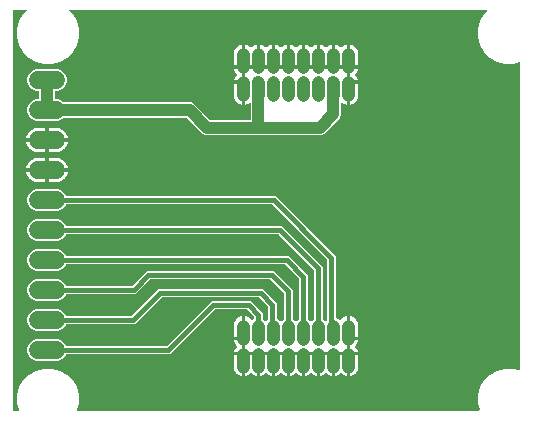
<source format=gbr>
G04 EAGLE Gerber X2 export*
%TF.Part,Single*%
%TF.FileFunction,Copper,L2,Bot,Mixed*%
%TF.FilePolarity,Positive*%
%TF.GenerationSoftware,Autodesk,EAGLE,9.0.1*%
%TF.CreationDate,2018-08-01T04:25:01Z*%
G75*
%MOMM*%
%FSLAX34Y34*%
%LPD*%
%AMOC8*
5,1,8,0,0,1.08239X$1,22.5*%
G01*
%ADD10C,1.108000*%
%ADD11C,1.524000*%
%ADD12C,1.000000*%
%ADD13C,0.400000*%

G36*
X14807Y10180D02*
X14807Y10180D01*
X14925Y10198D01*
X14929Y10200D01*
X14933Y10200D01*
X15038Y10256D01*
X15144Y10311D01*
X15147Y10314D01*
X15150Y10316D01*
X15232Y10402D01*
X15315Y10487D01*
X15317Y10491D01*
X15320Y10494D01*
X15370Y10602D01*
X15421Y10709D01*
X15422Y10713D01*
X15423Y10717D01*
X15436Y10834D01*
X15451Y10953D01*
X15450Y10958D01*
X15450Y10961D01*
X15448Y10975D01*
X15425Y11119D01*
X13964Y16572D01*
X13964Y23428D01*
X15739Y30049D01*
X19166Y35986D01*
X24014Y40834D01*
X29951Y44261D01*
X36572Y46036D01*
X43428Y46036D01*
X50049Y44261D01*
X55986Y40834D01*
X60834Y35986D01*
X64261Y30049D01*
X66036Y23428D01*
X66036Y16572D01*
X64575Y11119D01*
X64563Y11000D01*
X64550Y10883D01*
X64550Y10878D01*
X64550Y10874D01*
X64577Y10759D01*
X64602Y10642D01*
X64604Y10639D01*
X64605Y10634D01*
X64667Y10533D01*
X64728Y10431D01*
X64731Y10428D01*
X64733Y10425D01*
X64825Y10348D01*
X64915Y10271D01*
X64919Y10270D01*
X64922Y10267D01*
X65032Y10224D01*
X65143Y10179D01*
X65148Y10179D01*
X65151Y10177D01*
X65165Y10177D01*
X65310Y10161D01*
X404690Y10161D01*
X404807Y10180D01*
X404925Y10198D01*
X404929Y10200D01*
X404933Y10200D01*
X405038Y10256D01*
X405144Y10311D01*
X405147Y10314D01*
X405150Y10316D01*
X405232Y10402D01*
X405315Y10487D01*
X405317Y10491D01*
X405320Y10494D01*
X405370Y10602D01*
X405421Y10709D01*
X405422Y10713D01*
X405423Y10717D01*
X405436Y10834D01*
X405451Y10953D01*
X405450Y10958D01*
X405450Y10961D01*
X405448Y10975D01*
X405425Y11119D01*
X403964Y16572D01*
X403964Y23428D01*
X405739Y30049D01*
X409166Y35986D01*
X414014Y40834D01*
X419951Y44261D01*
X426572Y46036D01*
X433428Y46036D01*
X438881Y44575D01*
X439000Y44563D01*
X439117Y44550D01*
X439122Y44550D01*
X439126Y44550D01*
X439241Y44577D01*
X439358Y44602D01*
X439361Y44604D01*
X439366Y44605D01*
X439467Y44667D01*
X439569Y44728D01*
X439572Y44731D01*
X439575Y44733D01*
X439652Y44825D01*
X439729Y44915D01*
X439730Y44919D01*
X439733Y44922D01*
X439776Y45032D01*
X439821Y45143D01*
X439821Y45148D01*
X439823Y45151D01*
X439823Y45165D01*
X439839Y45310D01*
X439839Y304690D01*
X439820Y304807D01*
X439802Y304925D01*
X439800Y304929D01*
X439800Y304933D01*
X439744Y305038D01*
X439689Y305144D01*
X439686Y305147D01*
X439684Y305150D01*
X439598Y305232D01*
X439513Y305315D01*
X439509Y305317D01*
X439506Y305320D01*
X439398Y305370D01*
X439291Y305421D01*
X439287Y305422D01*
X439283Y305423D01*
X439166Y305436D01*
X439047Y305451D01*
X439042Y305450D01*
X439039Y305450D01*
X439025Y305448D01*
X438881Y305425D01*
X433428Y303964D01*
X426572Y303964D01*
X419951Y305739D01*
X414014Y309166D01*
X409166Y314014D01*
X405739Y319951D01*
X403964Y326572D01*
X403964Y333428D01*
X405739Y340049D01*
X409166Y345986D01*
X411720Y348540D01*
X411762Y348598D01*
X411811Y348650D01*
X411833Y348697D01*
X411863Y348739D01*
X411884Y348808D01*
X411915Y348873D01*
X411920Y348925D01*
X411936Y348975D01*
X411934Y349046D01*
X411942Y349117D01*
X411931Y349168D01*
X411929Y349220D01*
X411905Y349288D01*
X411889Y349358D01*
X411863Y349403D01*
X411845Y349451D01*
X411800Y349507D01*
X411763Y349569D01*
X411724Y349603D01*
X411691Y349643D01*
X411631Y349682D01*
X411576Y349729D01*
X411528Y349748D01*
X411484Y349776D01*
X411415Y349794D01*
X411348Y349821D01*
X411277Y349829D01*
X411246Y349837D01*
X411222Y349835D01*
X411181Y349839D01*
X58819Y349839D01*
X58748Y349828D01*
X58676Y349826D01*
X58627Y349808D01*
X58576Y349800D01*
X58513Y349766D01*
X58445Y349741D01*
X58405Y349709D01*
X58358Y349684D01*
X58309Y349632D01*
X58253Y349588D01*
X58225Y349544D01*
X58189Y349506D01*
X58159Y349441D01*
X58120Y349381D01*
X58107Y349330D01*
X58085Y349283D01*
X58078Y349212D01*
X58060Y349142D01*
X58064Y349090D01*
X58058Y349039D01*
X58074Y348968D01*
X58079Y348897D01*
X58100Y348849D01*
X58111Y348798D01*
X58147Y348737D01*
X58176Y348671D01*
X58220Y348615D01*
X58237Y348587D01*
X58255Y348572D01*
X58280Y348540D01*
X60834Y345986D01*
X64261Y340049D01*
X66036Y333428D01*
X66036Y326572D01*
X64261Y319951D01*
X60834Y314014D01*
X55986Y309166D01*
X50049Y305739D01*
X43428Y303964D01*
X36572Y303964D01*
X29951Y305739D01*
X24014Y309166D01*
X19166Y314014D01*
X15739Y319951D01*
X13964Y326572D01*
X13964Y333428D01*
X15739Y340049D01*
X19166Y345986D01*
X21720Y348540D01*
X21762Y348598D01*
X21811Y348650D01*
X21833Y348697D01*
X21863Y348739D01*
X21884Y348808D01*
X21915Y348873D01*
X21920Y348925D01*
X21936Y348975D01*
X21934Y349046D01*
X21942Y349117D01*
X21931Y349168D01*
X21929Y349220D01*
X21905Y349288D01*
X21889Y349358D01*
X21863Y349403D01*
X21845Y349451D01*
X21800Y349507D01*
X21763Y349569D01*
X21724Y349603D01*
X21691Y349643D01*
X21631Y349682D01*
X21576Y349729D01*
X21528Y349748D01*
X21484Y349776D01*
X21415Y349794D01*
X21348Y349821D01*
X21277Y349829D01*
X21246Y349837D01*
X21222Y349835D01*
X21181Y349839D01*
X10922Y349839D01*
X10902Y349836D01*
X10883Y349838D01*
X10781Y349816D01*
X10679Y349800D01*
X10662Y349790D01*
X10642Y349786D01*
X10553Y349733D01*
X10462Y349684D01*
X10448Y349670D01*
X10431Y349660D01*
X10364Y349581D01*
X10292Y349506D01*
X10284Y349488D01*
X10271Y349473D01*
X10232Y349377D01*
X10189Y349283D01*
X10187Y349263D01*
X10179Y349245D01*
X10161Y349078D01*
X10161Y10922D01*
X10164Y10902D01*
X10162Y10883D01*
X10184Y10781D01*
X10200Y10679D01*
X10210Y10662D01*
X10214Y10642D01*
X10267Y10553D01*
X10316Y10462D01*
X10330Y10448D01*
X10340Y10431D01*
X10419Y10364D01*
X10494Y10292D01*
X10512Y10284D01*
X10527Y10271D01*
X10623Y10232D01*
X10717Y10189D01*
X10737Y10187D01*
X10755Y10179D01*
X10922Y10161D01*
X14690Y10161D01*
X14807Y10180D01*
G37*
%LPC*%
G36*
X29761Y52555D02*
X29761Y52555D01*
X26400Y53947D01*
X23827Y56520D01*
X22435Y59881D01*
X22435Y63519D01*
X23827Y66880D01*
X26400Y69453D01*
X29761Y70845D01*
X48639Y70845D01*
X52000Y69453D01*
X54573Y66880D01*
X55064Y65695D01*
X55125Y65595D01*
X55185Y65495D01*
X55190Y65491D01*
X55193Y65486D01*
X55283Y65411D01*
X55372Y65335D01*
X55378Y65333D01*
X55383Y65329D01*
X55491Y65287D01*
X55600Y65243D01*
X55608Y65242D01*
X55612Y65241D01*
X55631Y65240D01*
X55767Y65225D01*
X139925Y65225D01*
X140015Y65239D01*
X140106Y65247D01*
X140135Y65259D01*
X140167Y65264D01*
X140248Y65307D01*
X140332Y65343D01*
X140364Y65369D01*
X140385Y65380D01*
X140407Y65403D01*
X140463Y65448D01*
X178540Y103525D01*
X211460Y103525D01*
X221775Y93210D01*
X221775Y89125D01*
X221794Y89011D01*
X221811Y88894D01*
X221813Y88889D01*
X221814Y88883D01*
X221869Y88780D01*
X221922Y88675D01*
X221927Y88671D01*
X221930Y88665D01*
X222015Y88585D01*
X222098Y88503D01*
X222104Y88499D01*
X222108Y88496D01*
X222125Y88488D01*
X222245Y88422D01*
X222252Y88419D01*
X224062Y86609D01*
X224078Y86598D01*
X224090Y86582D01*
X224178Y86526D01*
X224261Y86466D01*
X224280Y86460D01*
X224297Y86449D01*
X224398Y86424D01*
X224497Y86393D01*
X224516Y86394D01*
X224536Y86389D01*
X224639Y86397D01*
X224742Y86400D01*
X224761Y86407D01*
X224781Y86408D01*
X224876Y86449D01*
X224973Y86484D01*
X224989Y86497D01*
X225007Y86504D01*
X225138Y86609D01*
X226252Y87723D01*
X226305Y87797D01*
X226365Y87867D01*
X226377Y87897D01*
X226396Y87923D01*
X226423Y88010D01*
X226457Y88095D01*
X226461Y88136D01*
X226468Y88158D01*
X226467Y88190D01*
X226475Y88262D01*
X226475Y98225D01*
X226461Y98315D01*
X226453Y98406D01*
X226441Y98435D01*
X226436Y98467D01*
X226393Y98548D01*
X226357Y98632D01*
X226331Y98664D01*
X226320Y98685D01*
X226297Y98707D01*
X226252Y98763D01*
X218763Y106252D01*
X218689Y106305D01*
X218620Y106365D01*
X218589Y106377D01*
X218563Y106396D01*
X218476Y106423D01*
X218391Y106457D01*
X218350Y106461D01*
X218328Y106468D01*
X218296Y106467D01*
X218225Y106475D01*
X136775Y106475D01*
X136685Y106461D01*
X136594Y106453D01*
X136565Y106441D01*
X136533Y106436D01*
X136452Y106393D01*
X136368Y106357D01*
X136336Y106331D01*
X136315Y106320D01*
X136293Y106297D01*
X136237Y106252D01*
X113560Y83575D01*
X55767Y83575D01*
X55652Y83556D01*
X55536Y83539D01*
X55530Y83537D01*
X55524Y83536D01*
X55421Y83481D01*
X55317Y83428D01*
X55312Y83423D01*
X55307Y83420D01*
X55227Y83336D01*
X55144Y83252D01*
X55141Y83246D01*
X55137Y83242D01*
X55130Y83225D01*
X55064Y83105D01*
X54573Y81920D01*
X52000Y79347D01*
X48639Y77955D01*
X29761Y77955D01*
X26400Y79347D01*
X23827Y81920D01*
X22435Y85281D01*
X22435Y88919D01*
X23827Y92280D01*
X26400Y94853D01*
X29761Y96245D01*
X48639Y96245D01*
X52000Y94853D01*
X54573Y92280D01*
X55064Y91095D01*
X55125Y90995D01*
X55185Y90895D01*
X55190Y90891D01*
X55193Y90886D01*
X55283Y90811D01*
X55372Y90735D01*
X55378Y90733D01*
X55383Y90729D01*
X55491Y90687D01*
X55600Y90643D01*
X55608Y90642D01*
X55612Y90641D01*
X55631Y90640D01*
X55767Y90625D01*
X110325Y90625D01*
X110415Y90639D01*
X110506Y90647D01*
X110535Y90659D01*
X110567Y90664D01*
X110648Y90707D01*
X110732Y90743D01*
X110764Y90769D01*
X110785Y90780D01*
X110807Y90803D01*
X110863Y90848D01*
X133540Y113525D01*
X221460Y113525D01*
X233525Y101460D01*
X233525Y89519D01*
X233544Y89404D01*
X233561Y89288D01*
X233563Y89282D01*
X233564Y89276D01*
X233619Y89174D01*
X233672Y89069D01*
X233677Y89064D01*
X233680Y89059D01*
X233764Y88978D01*
X233848Y88897D01*
X233854Y88893D01*
X233858Y88889D01*
X233875Y88882D01*
X233995Y88816D01*
X234952Y88419D01*
X236762Y86609D01*
X236778Y86598D01*
X236790Y86582D01*
X236878Y86526D01*
X236961Y86466D01*
X236980Y86460D01*
X236997Y86449D01*
X237098Y86424D01*
X237197Y86393D01*
X237216Y86394D01*
X237236Y86389D01*
X237339Y86397D01*
X237442Y86400D01*
X237461Y86407D01*
X237481Y86408D01*
X237576Y86449D01*
X237673Y86484D01*
X237689Y86497D01*
X237707Y86505D01*
X237838Y86609D01*
X239648Y88419D01*
X239655Y88422D01*
X239754Y88484D01*
X239855Y88544D01*
X239859Y88548D01*
X239864Y88552D01*
X239939Y88641D01*
X240015Y88731D01*
X240017Y88736D01*
X240021Y88741D01*
X240063Y88849D01*
X240107Y88959D01*
X240108Y88966D01*
X240109Y88971D01*
X240110Y88989D01*
X240125Y89125D01*
X240125Y109575D01*
X240111Y109665D01*
X240103Y109756D01*
X240091Y109785D01*
X240086Y109817D01*
X240043Y109898D01*
X240007Y109982D01*
X239981Y110014D01*
X239970Y110035D01*
X239947Y110057D01*
X239902Y110113D01*
X228763Y121252D01*
X228689Y121305D01*
X228620Y121365D01*
X228589Y121377D01*
X228563Y121396D01*
X228476Y121423D01*
X228391Y121457D01*
X228350Y121461D01*
X228328Y121468D01*
X228296Y121467D01*
X228225Y121475D01*
X126775Y121475D01*
X126685Y121461D01*
X126594Y121453D01*
X126565Y121441D01*
X126533Y121436D01*
X126452Y121393D01*
X126368Y121357D01*
X126336Y121331D01*
X126315Y121320D01*
X126293Y121297D01*
X126237Y121252D01*
X113960Y108975D01*
X55767Y108975D01*
X55652Y108956D01*
X55536Y108939D01*
X55530Y108937D01*
X55524Y108936D01*
X55422Y108881D01*
X55317Y108828D01*
X55312Y108823D01*
X55307Y108820D01*
X55227Y108736D01*
X55144Y108652D01*
X55141Y108646D01*
X55137Y108642D01*
X55130Y108625D01*
X55064Y108505D01*
X54573Y107320D01*
X52000Y104747D01*
X48639Y103355D01*
X29761Y103355D01*
X26400Y104747D01*
X23827Y107320D01*
X22435Y110681D01*
X22435Y114319D01*
X23827Y117680D01*
X26400Y120253D01*
X29761Y121645D01*
X48639Y121645D01*
X52000Y120253D01*
X54573Y117680D01*
X55064Y116495D01*
X55125Y116395D01*
X55185Y116295D01*
X55190Y116291D01*
X55193Y116286D01*
X55284Y116211D01*
X55372Y116135D01*
X55378Y116133D01*
X55383Y116129D01*
X55491Y116087D01*
X55600Y116043D01*
X55608Y116042D01*
X55612Y116041D01*
X55631Y116040D01*
X55767Y116025D01*
X110725Y116025D01*
X110815Y116039D01*
X110906Y116047D01*
X110935Y116059D01*
X110967Y116064D01*
X111048Y116107D01*
X111132Y116143D01*
X111164Y116169D01*
X111185Y116180D01*
X111207Y116203D01*
X111263Y116248D01*
X123540Y128525D01*
X231460Y128525D01*
X247175Y112810D01*
X247175Y89125D01*
X247194Y89011D01*
X247211Y88894D01*
X247213Y88889D01*
X247214Y88883D01*
X247269Y88780D01*
X247322Y88675D01*
X247327Y88671D01*
X247330Y88665D01*
X247415Y88585D01*
X247498Y88503D01*
X247504Y88499D01*
X247508Y88496D01*
X247525Y88488D01*
X247645Y88422D01*
X247652Y88419D01*
X249462Y86609D01*
X249478Y86598D01*
X249490Y86582D01*
X249578Y86526D01*
X249661Y86466D01*
X249680Y86460D01*
X249697Y86449D01*
X249798Y86424D01*
X249897Y86393D01*
X249916Y86394D01*
X249936Y86389D01*
X250039Y86397D01*
X250142Y86400D01*
X250161Y86407D01*
X250181Y86408D01*
X250276Y86449D01*
X250373Y86484D01*
X250389Y86497D01*
X250407Y86505D01*
X250538Y86609D01*
X252348Y88419D01*
X252355Y88422D01*
X252454Y88484D01*
X252555Y88544D01*
X252559Y88548D01*
X252564Y88552D01*
X252639Y88641D01*
X252715Y88731D01*
X252717Y88736D01*
X252721Y88741D01*
X252763Y88849D01*
X252807Y88959D01*
X252808Y88966D01*
X252809Y88971D01*
X252810Y88989D01*
X252825Y89125D01*
X252825Y121875D01*
X252811Y121965D01*
X252803Y122056D01*
X252791Y122085D01*
X252786Y122117D01*
X252743Y122198D01*
X252707Y122282D01*
X252681Y122314D01*
X252670Y122335D01*
X252647Y122357D01*
X252602Y122413D01*
X240863Y134152D01*
X240789Y134205D01*
X240720Y134265D01*
X240689Y134277D01*
X240663Y134296D01*
X240576Y134323D01*
X240491Y134357D01*
X240450Y134361D01*
X240428Y134368D01*
X240396Y134367D01*
X240325Y134375D01*
X55767Y134375D01*
X55652Y134356D01*
X55536Y134339D01*
X55530Y134337D01*
X55524Y134336D01*
X55422Y134281D01*
X55317Y134228D01*
X55312Y134223D01*
X55307Y134220D01*
X55227Y134136D01*
X55144Y134052D01*
X55141Y134046D01*
X55137Y134042D01*
X55130Y134025D01*
X55064Y133905D01*
X54573Y132720D01*
X52000Y130147D01*
X48639Y128755D01*
X29761Y128755D01*
X26400Y130147D01*
X23827Y132720D01*
X22435Y136081D01*
X22435Y139719D01*
X23827Y143080D01*
X26400Y145653D01*
X29761Y147045D01*
X48639Y147045D01*
X52000Y145653D01*
X54573Y143080D01*
X55064Y141895D01*
X55125Y141795D01*
X55185Y141695D01*
X55190Y141691D01*
X55193Y141686D01*
X55284Y141611D01*
X55372Y141535D01*
X55378Y141533D01*
X55383Y141529D01*
X55491Y141487D01*
X55600Y141443D01*
X55608Y141442D01*
X55612Y141441D01*
X55631Y141440D01*
X55767Y141425D01*
X243560Y141425D01*
X259875Y125110D01*
X259875Y89125D01*
X259894Y89011D01*
X259911Y88894D01*
X259913Y88889D01*
X259914Y88883D01*
X259969Y88780D01*
X260022Y88675D01*
X260027Y88671D01*
X260030Y88665D01*
X260115Y88585D01*
X260198Y88503D01*
X260204Y88499D01*
X260208Y88496D01*
X260225Y88488D01*
X260345Y88422D01*
X260352Y88419D01*
X262162Y86609D01*
X262178Y86598D01*
X262190Y86582D01*
X262278Y86526D01*
X262361Y86466D01*
X262380Y86460D01*
X262397Y86449D01*
X262498Y86424D01*
X262597Y86393D01*
X262616Y86394D01*
X262636Y86389D01*
X262739Y86397D01*
X262842Y86400D01*
X262861Y86407D01*
X262881Y86408D01*
X262976Y86449D01*
X263073Y86484D01*
X263089Y86497D01*
X263107Y86505D01*
X263238Y86609D01*
X265048Y88419D01*
X265055Y88422D01*
X265154Y88484D01*
X265255Y88544D01*
X265259Y88548D01*
X265264Y88552D01*
X265339Y88641D01*
X265415Y88731D01*
X265417Y88736D01*
X265421Y88741D01*
X265463Y88849D01*
X265507Y88959D01*
X265508Y88966D01*
X265509Y88971D01*
X265510Y88989D01*
X265525Y89125D01*
X265525Y129175D01*
X265511Y129265D01*
X265503Y129356D01*
X265491Y129385D01*
X265486Y129417D01*
X265443Y129498D01*
X265407Y129582D01*
X265381Y129614D01*
X265370Y129635D01*
X265347Y129657D01*
X265302Y129713D01*
X235463Y159552D01*
X235389Y159605D01*
X235320Y159665D01*
X235289Y159677D01*
X235263Y159696D01*
X235176Y159723D01*
X235091Y159757D01*
X235050Y159761D01*
X235028Y159768D01*
X234996Y159767D01*
X234925Y159775D01*
X55767Y159775D01*
X55652Y159756D01*
X55536Y159739D01*
X55530Y159737D01*
X55524Y159736D01*
X55422Y159681D01*
X55317Y159628D01*
X55312Y159623D01*
X55307Y159620D01*
X55227Y159536D01*
X55144Y159452D01*
X55141Y159446D01*
X55137Y159442D01*
X55130Y159425D01*
X55064Y159305D01*
X54573Y158120D01*
X52000Y155547D01*
X48639Y154155D01*
X29761Y154155D01*
X26400Y155547D01*
X23827Y158120D01*
X22435Y161481D01*
X22435Y165119D01*
X23827Y168480D01*
X26400Y171053D01*
X29761Y172445D01*
X48639Y172445D01*
X52000Y171053D01*
X54573Y168480D01*
X55064Y167295D01*
X55125Y167195D01*
X55185Y167095D01*
X55190Y167091D01*
X55193Y167086D01*
X55284Y167011D01*
X55372Y166935D01*
X55378Y166933D01*
X55383Y166929D01*
X55491Y166887D01*
X55600Y166843D01*
X55608Y166842D01*
X55612Y166841D01*
X55631Y166840D01*
X55767Y166825D01*
X238160Y166825D01*
X272575Y132410D01*
X272575Y89125D01*
X272594Y89011D01*
X272611Y88894D01*
X272613Y88889D01*
X272614Y88883D01*
X272669Y88780D01*
X272722Y88675D01*
X272727Y88671D01*
X272730Y88665D01*
X272815Y88585D01*
X272898Y88503D01*
X272904Y88499D01*
X272908Y88496D01*
X272925Y88488D01*
X273045Y88422D01*
X273052Y88419D01*
X274862Y86609D01*
X274878Y86598D01*
X274890Y86582D01*
X274978Y86526D01*
X275061Y86466D01*
X275080Y86460D01*
X275097Y86449D01*
X275198Y86424D01*
X275297Y86393D01*
X275316Y86394D01*
X275336Y86389D01*
X275439Y86397D01*
X275542Y86400D01*
X275561Y86407D01*
X275581Y86408D01*
X275676Y86449D01*
X275773Y86484D01*
X275789Y86497D01*
X275807Y86505D01*
X275938Y86609D01*
X276252Y86923D01*
X276305Y86997D01*
X276365Y87067D01*
X276377Y87097D01*
X276396Y87123D01*
X276423Y87210D01*
X276457Y87295D01*
X276461Y87336D01*
X276468Y87358D01*
X276467Y87390D01*
X276475Y87462D01*
X276475Y138225D01*
X276461Y138315D01*
X276453Y138406D01*
X276441Y138435D01*
X276436Y138467D01*
X276393Y138548D01*
X276357Y138632D01*
X276331Y138664D01*
X276320Y138685D01*
X276297Y138707D01*
X276252Y138763D01*
X230063Y184952D01*
X229989Y185005D01*
X229920Y185065D01*
X229889Y185077D01*
X229863Y185096D01*
X229776Y185123D01*
X229691Y185157D01*
X229650Y185161D01*
X229628Y185168D01*
X229596Y185167D01*
X229525Y185175D01*
X55767Y185175D01*
X55652Y185156D01*
X55536Y185139D01*
X55530Y185137D01*
X55524Y185136D01*
X55422Y185081D01*
X55317Y185028D01*
X55312Y185023D01*
X55307Y185020D01*
X55227Y184936D01*
X55144Y184852D01*
X55141Y184846D01*
X55137Y184842D01*
X55130Y184825D01*
X55064Y184705D01*
X54573Y183520D01*
X52000Y180947D01*
X48639Y179555D01*
X29761Y179555D01*
X26400Y180947D01*
X23827Y183520D01*
X22435Y186881D01*
X22435Y190519D01*
X23827Y193880D01*
X26400Y196453D01*
X29761Y197845D01*
X48639Y197845D01*
X52000Y196453D01*
X54573Y193880D01*
X55064Y192695D01*
X55125Y192595D01*
X55185Y192495D01*
X55190Y192491D01*
X55193Y192486D01*
X55284Y192411D01*
X55372Y192335D01*
X55378Y192333D01*
X55383Y192329D01*
X55491Y192287D01*
X55600Y192243D01*
X55608Y192242D01*
X55612Y192241D01*
X55631Y192240D01*
X55767Y192225D01*
X232760Y192225D01*
X283525Y141460D01*
X283525Y89850D01*
X283544Y89736D01*
X283561Y89619D01*
X283563Y89614D01*
X283564Y89608D01*
X283619Y89505D01*
X283672Y89400D01*
X283677Y89396D01*
X283680Y89390D01*
X283764Y89310D01*
X283848Y89228D01*
X283854Y89224D01*
X283858Y89221D01*
X283875Y89213D01*
X283995Y89147D01*
X285752Y88419D01*
X286883Y87288D01*
X286960Y87233D01*
X287032Y87172D01*
X287059Y87161D01*
X287083Y87144D01*
X287173Y87117D01*
X287261Y87082D01*
X287290Y87081D01*
X287318Y87072D01*
X287412Y87074D01*
X287506Y87070D01*
X287535Y87078D01*
X287564Y87078D01*
X287653Y87111D01*
X287743Y87136D01*
X287767Y87153D01*
X287795Y87163D01*
X287869Y87222D01*
X287946Y87275D01*
X287970Y87303D01*
X287987Y87317D01*
X288005Y87344D01*
X288054Y87403D01*
X288173Y87581D01*
X289299Y88707D01*
X290622Y89591D01*
X292093Y90200D01*
X292951Y90371D01*
X292951Y72088D01*
X292954Y72069D01*
X292952Y72049D01*
X292974Y71947D01*
X292990Y71845D01*
X293000Y71828D01*
X293004Y71808D01*
X293057Y71719D01*
X293106Y71628D01*
X293120Y71614D01*
X293130Y71597D01*
X293209Y71530D01*
X293284Y71459D01*
X293302Y71450D01*
X293317Y71437D01*
X293413Y71399D01*
X293507Y71355D01*
X293527Y71353D01*
X293545Y71346D01*
X293469Y71333D01*
X293452Y71324D01*
X293432Y71320D01*
X293343Y71267D01*
X293252Y71218D01*
X293238Y71204D01*
X293221Y71194D01*
X293154Y71115D01*
X293082Y71040D01*
X293074Y71022D01*
X293061Y71007D01*
X293022Y70910D01*
X292979Y70817D01*
X292977Y70797D01*
X292969Y70779D01*
X292951Y70612D01*
X292951Y60149D01*
X282488Y60149D01*
X282469Y60146D01*
X282449Y60148D01*
X282347Y60126D01*
X282245Y60110D01*
X282228Y60100D01*
X282208Y60096D01*
X282119Y60043D01*
X282028Y59994D01*
X282014Y59980D01*
X281997Y59970D01*
X281930Y59891D01*
X281859Y59816D01*
X281850Y59798D01*
X281837Y59783D01*
X281799Y59687D01*
X281755Y59593D01*
X281753Y59573D01*
X281746Y59555D01*
X281733Y59631D01*
X281724Y59648D01*
X281720Y59668D01*
X281667Y59757D01*
X281618Y59848D01*
X281604Y59862D01*
X281594Y59879D01*
X281515Y59946D01*
X281440Y60018D01*
X281422Y60026D01*
X281407Y60039D01*
X281310Y60078D01*
X281217Y60121D01*
X281197Y60123D01*
X281179Y60131D01*
X281012Y60149D01*
X269788Y60149D01*
X269769Y60146D01*
X269749Y60148D01*
X269647Y60126D01*
X269545Y60110D01*
X269528Y60100D01*
X269508Y60096D01*
X269419Y60043D01*
X269328Y59994D01*
X269314Y59980D01*
X269297Y59970D01*
X269230Y59891D01*
X269159Y59816D01*
X269150Y59798D01*
X269137Y59783D01*
X269099Y59687D01*
X269055Y59593D01*
X269053Y59573D01*
X269046Y59555D01*
X269033Y59631D01*
X269024Y59648D01*
X269020Y59668D01*
X268967Y59757D01*
X268918Y59848D01*
X268904Y59862D01*
X268894Y59879D01*
X268815Y59946D01*
X268740Y60018D01*
X268722Y60026D01*
X268707Y60039D01*
X268610Y60078D01*
X268517Y60121D01*
X268497Y60123D01*
X268479Y60131D01*
X268312Y60149D01*
X257088Y60149D01*
X257069Y60146D01*
X257049Y60148D01*
X256947Y60126D01*
X256845Y60110D01*
X256828Y60100D01*
X256808Y60096D01*
X256719Y60043D01*
X256628Y59994D01*
X256614Y59980D01*
X256597Y59970D01*
X256530Y59891D01*
X256459Y59816D01*
X256450Y59798D01*
X256437Y59783D01*
X256399Y59687D01*
X256355Y59593D01*
X256353Y59573D01*
X256346Y59555D01*
X256333Y59631D01*
X256324Y59648D01*
X256320Y59668D01*
X256267Y59757D01*
X256218Y59848D01*
X256204Y59862D01*
X256194Y59879D01*
X256115Y59946D01*
X256040Y60018D01*
X256022Y60026D01*
X256007Y60039D01*
X255910Y60078D01*
X255817Y60121D01*
X255797Y60123D01*
X255779Y60131D01*
X255612Y60149D01*
X244388Y60149D01*
X244369Y60146D01*
X244349Y60148D01*
X244247Y60126D01*
X244145Y60110D01*
X244128Y60100D01*
X244108Y60096D01*
X244019Y60043D01*
X243928Y59994D01*
X243914Y59980D01*
X243897Y59970D01*
X243830Y59891D01*
X243759Y59816D01*
X243750Y59798D01*
X243737Y59783D01*
X243699Y59687D01*
X243655Y59593D01*
X243653Y59573D01*
X243646Y59555D01*
X243633Y59631D01*
X243624Y59648D01*
X243620Y59668D01*
X243567Y59757D01*
X243518Y59848D01*
X243504Y59862D01*
X243494Y59879D01*
X243415Y59946D01*
X243340Y60018D01*
X243322Y60026D01*
X243307Y60039D01*
X243210Y60078D01*
X243117Y60121D01*
X243097Y60123D01*
X243079Y60131D01*
X242912Y60149D01*
X231688Y60149D01*
X231669Y60146D01*
X231649Y60148D01*
X231547Y60126D01*
X231445Y60110D01*
X231428Y60100D01*
X231408Y60096D01*
X231319Y60043D01*
X231228Y59994D01*
X231214Y59980D01*
X231197Y59970D01*
X231130Y59891D01*
X231059Y59816D01*
X231050Y59798D01*
X231037Y59783D01*
X230999Y59687D01*
X230955Y59593D01*
X230953Y59573D01*
X230946Y59555D01*
X230933Y59631D01*
X230924Y59648D01*
X230920Y59668D01*
X230867Y59757D01*
X230818Y59848D01*
X230804Y59862D01*
X230794Y59879D01*
X230715Y59946D01*
X230640Y60018D01*
X230622Y60026D01*
X230607Y60039D01*
X230510Y60078D01*
X230417Y60121D01*
X230397Y60123D01*
X230379Y60131D01*
X230212Y60149D01*
X218988Y60149D01*
X218969Y60146D01*
X218949Y60148D01*
X218847Y60126D01*
X218745Y60110D01*
X218728Y60100D01*
X218708Y60096D01*
X218619Y60043D01*
X218528Y59994D01*
X218514Y59980D01*
X218497Y59970D01*
X218430Y59891D01*
X218359Y59816D01*
X218350Y59798D01*
X218337Y59783D01*
X218299Y59687D01*
X218255Y59593D01*
X218253Y59573D01*
X218246Y59555D01*
X218233Y59631D01*
X218224Y59648D01*
X218220Y59668D01*
X218167Y59757D01*
X218118Y59848D01*
X218104Y59862D01*
X218094Y59879D01*
X218015Y59946D01*
X217940Y60018D01*
X217922Y60026D01*
X217907Y60039D01*
X217810Y60078D01*
X217717Y60121D01*
X217697Y60123D01*
X217679Y60131D01*
X217512Y60149D01*
X207049Y60149D01*
X207049Y70612D01*
X207046Y70631D01*
X207048Y70651D01*
X207026Y70753D01*
X207010Y70855D01*
X207000Y70872D01*
X206996Y70892D01*
X206943Y70981D01*
X206894Y71072D01*
X206880Y71086D01*
X206870Y71103D01*
X206791Y71170D01*
X206716Y71241D01*
X206698Y71250D01*
X206683Y71263D01*
X206587Y71301D01*
X206493Y71345D01*
X206473Y71347D01*
X206455Y71354D01*
X206531Y71367D01*
X206548Y71376D01*
X206568Y71380D01*
X206657Y71433D01*
X206748Y71482D01*
X206762Y71496D01*
X206779Y71506D01*
X206846Y71585D01*
X206918Y71660D01*
X206926Y71678D01*
X206939Y71693D01*
X206978Y71790D01*
X207021Y71883D01*
X207023Y71903D01*
X207031Y71921D01*
X207049Y72088D01*
X207049Y90371D01*
X207907Y90200D01*
X209378Y89591D01*
X210701Y88707D01*
X211827Y87581D01*
X211946Y87403D01*
X212010Y87334D01*
X212069Y87261D01*
X212094Y87245D01*
X212114Y87223D01*
X212196Y87179D01*
X212276Y87128D01*
X212304Y87121D01*
X212330Y87107D01*
X212423Y87091D01*
X212514Y87068D01*
X212544Y87070D01*
X212572Y87065D01*
X212666Y87079D01*
X212760Y87087D01*
X212786Y87098D01*
X212815Y87103D01*
X212899Y87146D01*
X212986Y87183D01*
X213015Y87206D01*
X213034Y87216D01*
X213057Y87240D01*
X213117Y87288D01*
X214248Y88419D01*
X214255Y88422D01*
X214354Y88484D01*
X214455Y88544D01*
X214459Y88548D01*
X214464Y88552D01*
X214539Y88641D01*
X214615Y88731D01*
X214617Y88736D01*
X214621Y88741D01*
X214663Y88849D01*
X214707Y88959D01*
X214708Y88966D01*
X214709Y88971D01*
X214710Y88989D01*
X214725Y89125D01*
X214725Y89975D01*
X214711Y90065D01*
X214703Y90156D01*
X214691Y90185D01*
X214686Y90217D01*
X214643Y90298D01*
X214607Y90382D01*
X214581Y90414D01*
X214570Y90435D01*
X214547Y90457D01*
X214502Y90513D01*
X208763Y96252D01*
X208689Y96305D01*
X208620Y96365D01*
X208589Y96377D01*
X208563Y96396D01*
X208476Y96423D01*
X208391Y96457D01*
X208350Y96461D01*
X208328Y96468D01*
X208296Y96467D01*
X208225Y96475D01*
X181775Y96475D01*
X181685Y96461D01*
X181594Y96453D01*
X181565Y96441D01*
X181533Y96436D01*
X181452Y96393D01*
X181368Y96357D01*
X181336Y96331D01*
X181315Y96320D01*
X181293Y96297D01*
X181237Y96252D01*
X143160Y58175D01*
X55767Y58175D01*
X55652Y58156D01*
X55536Y58139D01*
X55530Y58137D01*
X55524Y58136D01*
X55421Y58081D01*
X55317Y58028D01*
X55312Y58023D01*
X55307Y58020D01*
X55227Y57936D01*
X55144Y57852D01*
X55141Y57846D01*
X55137Y57842D01*
X55130Y57825D01*
X55064Y57705D01*
X54573Y56520D01*
X52000Y53947D01*
X48639Y52555D01*
X29761Y52555D01*
G37*
%LPD*%
%LPC*%
G36*
X173702Y243475D02*
X173702Y243475D01*
X171304Y244469D01*
X169362Y246411D01*
X157620Y258152D01*
X157546Y258205D01*
X157477Y258265D01*
X157447Y258277D01*
X157421Y258296D01*
X157334Y258323D01*
X157249Y258357D01*
X157208Y258361D01*
X157186Y258368D01*
X157153Y258367D01*
X157082Y258375D01*
X53543Y258375D01*
X53453Y258361D01*
X53362Y258353D01*
X53332Y258341D01*
X53300Y258336D01*
X53220Y258293D01*
X53136Y258257D01*
X53104Y258231D01*
X53083Y258220D01*
X53061Y258197D01*
X53005Y258152D01*
X52000Y257147D01*
X48639Y255755D01*
X29761Y255755D01*
X26400Y257147D01*
X23827Y259720D01*
X22435Y263081D01*
X22435Y266719D01*
X23827Y270080D01*
X26400Y272653D01*
X29761Y274045D01*
X31914Y274045D01*
X31934Y274048D01*
X31953Y274046D01*
X32055Y274068D01*
X32157Y274084D01*
X32174Y274094D01*
X32194Y274098D01*
X32283Y274151D01*
X32374Y274200D01*
X32388Y274214D01*
X32405Y274224D01*
X32472Y274303D01*
X32544Y274378D01*
X32552Y274396D01*
X32565Y274411D01*
X32604Y274507D01*
X32647Y274601D01*
X32649Y274621D01*
X32657Y274639D01*
X32675Y274806D01*
X32675Y280394D01*
X32672Y280414D01*
X32674Y280433D01*
X32652Y280535D01*
X32636Y280637D01*
X32626Y280654D01*
X32622Y280674D01*
X32569Y280763D01*
X32520Y280854D01*
X32506Y280868D01*
X32496Y280885D01*
X32417Y280952D01*
X32342Y281024D01*
X32324Y281032D01*
X32309Y281045D01*
X32213Y281084D01*
X32119Y281127D01*
X32099Y281129D01*
X32081Y281137D01*
X31914Y281155D01*
X29761Y281155D01*
X26400Y282547D01*
X23827Y285120D01*
X22435Y288481D01*
X22435Y292119D01*
X23827Y295480D01*
X26400Y298053D01*
X29761Y299445D01*
X48639Y299445D01*
X52000Y298053D01*
X54573Y295480D01*
X55965Y292119D01*
X55965Y288481D01*
X54573Y285120D01*
X52000Y282547D01*
X48639Y281155D01*
X46486Y281155D01*
X46466Y281152D01*
X46447Y281154D01*
X46345Y281132D01*
X46243Y281116D01*
X46226Y281106D01*
X46206Y281102D01*
X46117Y281049D01*
X46026Y281000D01*
X46012Y280986D01*
X45995Y280976D01*
X45928Y280897D01*
X45856Y280822D01*
X45848Y280804D01*
X45835Y280789D01*
X45796Y280693D01*
X45753Y280599D01*
X45751Y280579D01*
X45743Y280561D01*
X45725Y280394D01*
X45725Y274806D01*
X45728Y274786D01*
X45726Y274767D01*
X45748Y274665D01*
X45764Y274563D01*
X45774Y274546D01*
X45778Y274526D01*
X45831Y274437D01*
X45880Y274346D01*
X45894Y274332D01*
X45904Y274315D01*
X45983Y274248D01*
X46058Y274176D01*
X46076Y274168D01*
X46091Y274155D01*
X46187Y274116D01*
X46281Y274073D01*
X46301Y274071D01*
X46319Y274063D01*
X46486Y274045D01*
X48639Y274045D01*
X52000Y272653D01*
X53005Y271648D01*
X53079Y271595D01*
X53148Y271535D01*
X53178Y271523D01*
X53205Y271504D01*
X53292Y271477D01*
X53376Y271443D01*
X53417Y271439D01*
X53440Y271432D01*
X53472Y271433D01*
X53543Y271425D01*
X161398Y271425D01*
X163796Y270431D01*
X177480Y256748D01*
X177554Y256695D01*
X177623Y256635D01*
X177653Y256623D01*
X177679Y256604D01*
X177766Y256577D01*
X177851Y256543D01*
X177892Y256539D01*
X177914Y256532D01*
X177947Y256533D01*
X178018Y256525D01*
X210964Y256525D01*
X210984Y256528D01*
X211003Y256526D01*
X211105Y256548D01*
X211207Y256564D01*
X211224Y256574D01*
X211244Y256578D01*
X211333Y256631D01*
X211424Y256680D01*
X211438Y256694D01*
X211455Y256704D01*
X211522Y256783D01*
X211594Y256858D01*
X211602Y256876D01*
X211615Y256891D01*
X211654Y256987D01*
X211697Y257081D01*
X211699Y257101D01*
X211707Y257119D01*
X211725Y257286D01*
X211725Y270553D01*
X211706Y270671D01*
X211687Y270790D01*
X211686Y270793D01*
X211686Y270796D01*
X211630Y270901D01*
X211574Y271009D01*
X211572Y271011D01*
X211570Y271014D01*
X211484Y271095D01*
X211397Y271179D01*
X211394Y271181D01*
X211392Y271183D01*
X211284Y271233D01*
X211175Y271285D01*
X211172Y271285D01*
X211169Y271287D01*
X211051Y271300D01*
X210931Y271314D01*
X210928Y271313D01*
X210925Y271314D01*
X210808Y271288D01*
X210690Y271264D01*
X210687Y271262D01*
X210684Y271261D01*
X210675Y271256D01*
X210541Y271186D01*
X209378Y270409D01*
X207907Y269800D01*
X207049Y269629D01*
X207049Y287912D01*
X207046Y287931D01*
X207048Y287951D01*
X207026Y288053D01*
X207010Y288155D01*
X207000Y288172D01*
X206996Y288192D01*
X206943Y288281D01*
X206894Y288372D01*
X206880Y288386D01*
X206870Y288403D01*
X206791Y288470D01*
X206716Y288541D01*
X206698Y288550D01*
X206683Y288563D01*
X206587Y288601D01*
X206493Y288645D01*
X206473Y288647D01*
X206455Y288654D01*
X206531Y288667D01*
X206548Y288676D01*
X206568Y288680D01*
X206657Y288733D01*
X206748Y288782D01*
X206762Y288796D01*
X206779Y288806D01*
X206846Y288885D01*
X206918Y288960D01*
X206926Y288978D01*
X206939Y288993D01*
X206978Y289090D01*
X207021Y289183D01*
X207023Y289203D01*
X207031Y289221D01*
X207049Y289388D01*
X207049Y299851D01*
X217512Y299851D01*
X217531Y299854D01*
X217551Y299852D01*
X217653Y299874D01*
X217755Y299890D01*
X217772Y299900D01*
X217792Y299904D01*
X217881Y299957D01*
X217972Y300006D01*
X217986Y300020D01*
X218003Y300030D01*
X218070Y300109D01*
X218141Y300184D01*
X218150Y300202D01*
X218163Y300217D01*
X218201Y300313D01*
X218245Y300407D01*
X218247Y300427D01*
X218254Y300445D01*
X218267Y300369D01*
X218276Y300352D01*
X218280Y300332D01*
X218333Y300243D01*
X218382Y300152D01*
X218396Y300138D01*
X218406Y300121D01*
X218485Y300054D01*
X218560Y299982D01*
X218578Y299974D01*
X218593Y299961D01*
X218690Y299922D01*
X218783Y299879D01*
X218803Y299877D01*
X218821Y299869D01*
X218988Y299851D01*
X230212Y299851D01*
X230231Y299854D01*
X230251Y299852D01*
X230353Y299874D01*
X230455Y299890D01*
X230472Y299900D01*
X230492Y299904D01*
X230581Y299957D01*
X230672Y300006D01*
X230686Y300020D01*
X230703Y300030D01*
X230770Y300109D01*
X230841Y300184D01*
X230850Y300202D01*
X230863Y300217D01*
X230901Y300313D01*
X230945Y300407D01*
X230947Y300427D01*
X230954Y300445D01*
X230967Y300369D01*
X230976Y300352D01*
X230980Y300332D01*
X231033Y300243D01*
X231082Y300152D01*
X231096Y300138D01*
X231106Y300121D01*
X231185Y300054D01*
X231260Y299982D01*
X231278Y299974D01*
X231293Y299961D01*
X231390Y299922D01*
X231483Y299879D01*
X231503Y299877D01*
X231521Y299869D01*
X231688Y299851D01*
X242912Y299851D01*
X242931Y299854D01*
X242951Y299852D01*
X243053Y299874D01*
X243155Y299890D01*
X243172Y299900D01*
X243192Y299904D01*
X243281Y299957D01*
X243372Y300006D01*
X243386Y300020D01*
X243403Y300030D01*
X243470Y300109D01*
X243541Y300184D01*
X243550Y300202D01*
X243563Y300217D01*
X243601Y300313D01*
X243645Y300407D01*
X243647Y300427D01*
X243654Y300445D01*
X243667Y300369D01*
X243676Y300352D01*
X243680Y300332D01*
X243733Y300243D01*
X243782Y300152D01*
X243796Y300138D01*
X243806Y300121D01*
X243885Y300054D01*
X243960Y299982D01*
X243978Y299974D01*
X243993Y299961D01*
X244090Y299922D01*
X244183Y299879D01*
X244203Y299877D01*
X244221Y299869D01*
X244388Y299851D01*
X255612Y299851D01*
X255631Y299854D01*
X255651Y299852D01*
X255753Y299874D01*
X255855Y299890D01*
X255872Y299900D01*
X255892Y299904D01*
X255981Y299957D01*
X256072Y300006D01*
X256086Y300020D01*
X256103Y300030D01*
X256170Y300109D01*
X256241Y300184D01*
X256250Y300202D01*
X256263Y300217D01*
X256301Y300313D01*
X256345Y300407D01*
X256347Y300427D01*
X256354Y300445D01*
X256367Y300369D01*
X256376Y300352D01*
X256380Y300332D01*
X256433Y300243D01*
X256482Y300152D01*
X256496Y300138D01*
X256506Y300121D01*
X256585Y300054D01*
X256660Y299982D01*
X256678Y299974D01*
X256693Y299961D01*
X256790Y299922D01*
X256883Y299879D01*
X256903Y299877D01*
X256921Y299869D01*
X257088Y299851D01*
X268312Y299851D01*
X268331Y299854D01*
X268351Y299852D01*
X268453Y299874D01*
X268555Y299890D01*
X268572Y299900D01*
X268592Y299904D01*
X268681Y299957D01*
X268772Y300006D01*
X268786Y300020D01*
X268803Y300030D01*
X268870Y300109D01*
X268941Y300184D01*
X268950Y300202D01*
X268963Y300217D01*
X269001Y300313D01*
X269045Y300407D01*
X269047Y300427D01*
X269054Y300445D01*
X269067Y300369D01*
X269076Y300352D01*
X269080Y300332D01*
X269133Y300243D01*
X269182Y300152D01*
X269196Y300138D01*
X269206Y300121D01*
X269285Y300054D01*
X269360Y299982D01*
X269378Y299974D01*
X269393Y299961D01*
X269490Y299922D01*
X269583Y299879D01*
X269603Y299877D01*
X269621Y299869D01*
X269788Y299851D01*
X281012Y299851D01*
X281031Y299854D01*
X281051Y299852D01*
X281153Y299874D01*
X281255Y299890D01*
X281272Y299900D01*
X281292Y299904D01*
X281381Y299957D01*
X281472Y300006D01*
X281486Y300020D01*
X281503Y300030D01*
X281570Y300109D01*
X281641Y300184D01*
X281650Y300202D01*
X281663Y300217D01*
X281701Y300313D01*
X281745Y300407D01*
X281747Y300427D01*
X281754Y300445D01*
X281767Y300369D01*
X281776Y300352D01*
X281780Y300332D01*
X281833Y300243D01*
X281882Y300152D01*
X281896Y300138D01*
X281906Y300121D01*
X281985Y300054D01*
X282060Y299982D01*
X282078Y299974D01*
X282093Y299961D01*
X282190Y299922D01*
X282283Y299879D01*
X282303Y299877D01*
X282321Y299869D01*
X282488Y299851D01*
X292951Y299851D01*
X292951Y289388D01*
X292954Y289369D01*
X292952Y289349D01*
X292974Y289247D01*
X292990Y289145D01*
X293000Y289128D01*
X293004Y289108D01*
X293057Y289019D01*
X293106Y288928D01*
X293120Y288914D01*
X293130Y288897D01*
X293209Y288830D01*
X293284Y288759D01*
X293302Y288750D01*
X293317Y288737D01*
X293413Y288699D01*
X293507Y288655D01*
X293527Y288653D01*
X293545Y288646D01*
X293469Y288633D01*
X293452Y288624D01*
X293432Y288620D01*
X293343Y288567D01*
X293252Y288518D01*
X293238Y288504D01*
X293221Y288494D01*
X293154Y288415D01*
X293082Y288340D01*
X293074Y288322D01*
X293061Y288307D01*
X293022Y288210D01*
X292979Y288117D01*
X292977Y288097D01*
X292969Y288079D01*
X292951Y287912D01*
X292951Y269629D01*
X292093Y269800D01*
X290622Y270409D01*
X289459Y271186D01*
X289350Y271236D01*
X289241Y271287D01*
X289238Y271287D01*
X289235Y271288D01*
X289115Y271301D01*
X288997Y271314D01*
X288993Y271313D01*
X288990Y271313D01*
X288874Y271287D01*
X288756Y271261D01*
X288753Y271260D01*
X288750Y271259D01*
X288648Y271197D01*
X288545Y271135D01*
X288543Y271133D01*
X288540Y271131D01*
X288463Y271039D01*
X288385Y270948D01*
X288384Y270945D01*
X288382Y270943D01*
X288338Y270832D01*
X288293Y270720D01*
X288293Y270716D01*
X288292Y270714D01*
X288291Y270703D01*
X288275Y270553D01*
X288275Y260452D01*
X287281Y258054D01*
X273696Y244469D01*
X271298Y243475D01*
X173702Y243475D01*
G37*
%LPD*%
%LPC*%
G36*
X245149Y302849D02*
X245149Y302849D01*
X245149Y320371D01*
X246007Y320200D01*
X247478Y319591D01*
X248801Y318707D01*
X249462Y318046D01*
X249478Y318035D01*
X249490Y318019D01*
X249578Y317963D01*
X249661Y317903D01*
X249680Y317897D01*
X249697Y317886D01*
X249798Y317861D01*
X249897Y317830D01*
X249916Y317831D01*
X249936Y317826D01*
X250039Y317834D01*
X250142Y317837D01*
X250161Y317844D01*
X250181Y317845D01*
X250276Y317885D01*
X250373Y317921D01*
X250389Y317934D01*
X250407Y317941D01*
X250538Y318046D01*
X251199Y318707D01*
X252522Y319591D01*
X253993Y320200D01*
X254851Y320371D01*
X254851Y302849D01*
X245149Y302849D01*
G37*
%LPD*%
%LPC*%
G36*
X207049Y302849D02*
X207049Y302849D01*
X207049Y320371D01*
X207907Y320200D01*
X209378Y319591D01*
X210701Y318707D01*
X211362Y318046D01*
X211378Y318035D01*
X211390Y318019D01*
X211478Y317963D01*
X211561Y317903D01*
X211580Y317897D01*
X211597Y317886D01*
X211698Y317861D01*
X211797Y317830D01*
X211816Y317831D01*
X211836Y317826D01*
X211939Y317834D01*
X212042Y317837D01*
X212061Y317844D01*
X212081Y317845D01*
X212176Y317885D01*
X212273Y317921D01*
X212289Y317934D01*
X212307Y317941D01*
X212438Y318046D01*
X213099Y318707D01*
X214422Y319591D01*
X215893Y320200D01*
X216751Y320371D01*
X216751Y302849D01*
X207049Y302849D01*
G37*
%LPD*%
%LPC*%
G36*
X219749Y302849D02*
X219749Y302849D01*
X219749Y320371D01*
X220607Y320200D01*
X222078Y319591D01*
X223401Y318707D01*
X224062Y318046D01*
X224078Y318035D01*
X224090Y318019D01*
X224178Y317963D01*
X224261Y317903D01*
X224280Y317897D01*
X224297Y317886D01*
X224398Y317861D01*
X224497Y317830D01*
X224516Y317831D01*
X224536Y317826D01*
X224639Y317834D01*
X224742Y317837D01*
X224761Y317844D01*
X224781Y317845D01*
X224876Y317885D01*
X224973Y317921D01*
X224989Y317934D01*
X225007Y317941D01*
X225138Y318046D01*
X225799Y318707D01*
X227122Y319591D01*
X228593Y320200D01*
X229451Y320371D01*
X229451Y302849D01*
X219749Y302849D01*
G37*
%LPD*%
%LPC*%
G36*
X232449Y302849D02*
X232449Y302849D01*
X232449Y320371D01*
X233307Y320200D01*
X234778Y319591D01*
X236101Y318707D01*
X236762Y318046D01*
X236778Y318035D01*
X236790Y318019D01*
X236878Y317963D01*
X236961Y317903D01*
X236980Y317897D01*
X236997Y317886D01*
X237098Y317861D01*
X237197Y317830D01*
X237216Y317831D01*
X237236Y317826D01*
X237339Y317834D01*
X237442Y317837D01*
X237461Y317844D01*
X237481Y317845D01*
X237576Y317885D01*
X237673Y317921D01*
X237689Y317934D01*
X237707Y317941D01*
X237838Y318046D01*
X238499Y318707D01*
X239822Y319591D01*
X241293Y320200D01*
X242151Y320371D01*
X242151Y302849D01*
X232449Y302849D01*
G37*
%LPD*%
%LPC*%
G36*
X257849Y302849D02*
X257849Y302849D01*
X257849Y320371D01*
X258707Y320200D01*
X260178Y319591D01*
X261501Y318707D01*
X262162Y318046D01*
X262178Y318035D01*
X262190Y318019D01*
X262278Y317963D01*
X262361Y317903D01*
X262380Y317897D01*
X262397Y317886D01*
X262498Y317861D01*
X262597Y317830D01*
X262616Y317831D01*
X262636Y317826D01*
X262739Y317834D01*
X262842Y317837D01*
X262861Y317844D01*
X262881Y317845D01*
X262976Y317885D01*
X263073Y317921D01*
X263089Y317934D01*
X263107Y317941D01*
X263238Y318046D01*
X263899Y318707D01*
X265222Y319591D01*
X266693Y320200D01*
X267551Y320371D01*
X267551Y302849D01*
X257849Y302849D01*
G37*
%LPD*%
%LPC*%
G36*
X270549Y302849D02*
X270549Y302849D01*
X270549Y320371D01*
X271407Y320200D01*
X272878Y319591D01*
X274201Y318707D01*
X274862Y318046D01*
X274878Y318035D01*
X274890Y318019D01*
X274978Y317963D01*
X275061Y317903D01*
X275080Y317897D01*
X275097Y317886D01*
X275198Y317861D01*
X275297Y317830D01*
X275316Y317831D01*
X275336Y317826D01*
X275439Y317834D01*
X275542Y317837D01*
X275561Y317844D01*
X275581Y317845D01*
X275676Y317885D01*
X275773Y317921D01*
X275789Y317934D01*
X275807Y317941D01*
X275938Y318046D01*
X276599Y318707D01*
X277922Y319591D01*
X279393Y320200D01*
X280251Y320371D01*
X280251Y302849D01*
X270549Y302849D01*
G37*
%LPD*%
%LPC*%
G36*
X283249Y302849D02*
X283249Y302849D01*
X283249Y320371D01*
X284107Y320200D01*
X285578Y319591D01*
X286901Y318707D01*
X287562Y318046D01*
X287578Y318035D01*
X287590Y318019D01*
X287678Y317963D01*
X287761Y317903D01*
X287780Y317897D01*
X287797Y317886D01*
X287898Y317861D01*
X287997Y317830D01*
X288016Y317831D01*
X288036Y317826D01*
X288139Y317834D01*
X288242Y317837D01*
X288261Y317844D01*
X288281Y317845D01*
X288376Y317885D01*
X288473Y317921D01*
X288489Y317934D01*
X288507Y317941D01*
X288638Y318046D01*
X289299Y318707D01*
X290622Y319591D01*
X292093Y320200D01*
X292951Y320371D01*
X292951Y302849D01*
X283249Y302849D01*
G37*
%LPD*%
%LPC*%
G36*
X292093Y39800D02*
X292093Y39800D01*
X290622Y40409D01*
X289299Y41293D01*
X288638Y41954D01*
X288622Y41965D01*
X288610Y41981D01*
X288522Y42037D01*
X288439Y42097D01*
X288420Y42103D01*
X288403Y42114D01*
X288302Y42139D01*
X288203Y42170D01*
X288184Y42169D01*
X288164Y42174D01*
X288061Y42166D01*
X287958Y42163D01*
X287939Y42156D01*
X287919Y42155D01*
X287824Y42115D01*
X287727Y42079D01*
X287711Y42066D01*
X287693Y42059D01*
X287562Y41954D01*
X286901Y41293D01*
X285578Y40409D01*
X284107Y39800D01*
X283249Y39629D01*
X283249Y57151D01*
X292951Y57151D01*
X292951Y39629D01*
X292093Y39800D01*
G37*
%LPD*%
%LPC*%
G36*
X215893Y39800D02*
X215893Y39800D01*
X214422Y40409D01*
X213099Y41293D01*
X212438Y41954D01*
X212422Y41965D01*
X212410Y41981D01*
X212322Y42037D01*
X212239Y42097D01*
X212220Y42103D01*
X212203Y42114D01*
X212102Y42139D01*
X212003Y42170D01*
X211984Y42169D01*
X211964Y42174D01*
X211861Y42166D01*
X211758Y42163D01*
X211739Y42156D01*
X211719Y42155D01*
X211624Y42115D01*
X211527Y42079D01*
X211511Y42066D01*
X211493Y42059D01*
X211362Y41954D01*
X210701Y41293D01*
X209378Y40409D01*
X207907Y39800D01*
X207049Y39629D01*
X207049Y57151D01*
X216751Y57151D01*
X216751Y39629D01*
X215893Y39800D01*
G37*
%LPD*%
%LPC*%
G36*
X228593Y39800D02*
X228593Y39800D01*
X227122Y40409D01*
X225799Y41293D01*
X225138Y41954D01*
X225122Y41965D01*
X225110Y41981D01*
X225022Y42037D01*
X224939Y42097D01*
X224920Y42103D01*
X224903Y42114D01*
X224802Y42139D01*
X224703Y42170D01*
X224684Y42169D01*
X224664Y42174D01*
X224561Y42166D01*
X224458Y42163D01*
X224439Y42156D01*
X224419Y42155D01*
X224324Y42115D01*
X224227Y42079D01*
X224211Y42066D01*
X224193Y42059D01*
X224062Y41954D01*
X223401Y41293D01*
X222078Y40409D01*
X220607Y39800D01*
X219749Y39629D01*
X219749Y57151D01*
X229451Y57151D01*
X229451Y39629D01*
X228593Y39800D01*
G37*
%LPD*%
%LPC*%
G36*
X241293Y39800D02*
X241293Y39800D01*
X239822Y40409D01*
X238499Y41293D01*
X237838Y41954D01*
X237822Y41965D01*
X237810Y41981D01*
X237722Y42037D01*
X237639Y42097D01*
X237620Y42103D01*
X237603Y42114D01*
X237502Y42139D01*
X237403Y42170D01*
X237384Y42169D01*
X237364Y42174D01*
X237261Y42166D01*
X237158Y42163D01*
X237139Y42156D01*
X237119Y42155D01*
X237024Y42115D01*
X236927Y42079D01*
X236911Y42066D01*
X236893Y42059D01*
X236762Y41954D01*
X236101Y41293D01*
X234778Y40409D01*
X233307Y39800D01*
X232449Y39629D01*
X232449Y57151D01*
X242151Y57151D01*
X242151Y39629D01*
X241293Y39800D01*
G37*
%LPD*%
%LPC*%
G36*
X266693Y39800D02*
X266693Y39800D01*
X265222Y40409D01*
X263899Y41293D01*
X263238Y41954D01*
X263222Y41965D01*
X263210Y41981D01*
X263122Y42037D01*
X263039Y42097D01*
X263020Y42103D01*
X263003Y42114D01*
X262902Y42139D01*
X262803Y42170D01*
X262784Y42169D01*
X262764Y42174D01*
X262661Y42166D01*
X262558Y42163D01*
X262539Y42156D01*
X262519Y42155D01*
X262424Y42115D01*
X262327Y42079D01*
X262311Y42066D01*
X262293Y42059D01*
X262162Y41954D01*
X261501Y41293D01*
X260178Y40409D01*
X258707Y39800D01*
X257849Y39629D01*
X257849Y57151D01*
X267551Y57151D01*
X267551Y39629D01*
X266693Y39800D01*
G37*
%LPD*%
%LPC*%
G36*
X253993Y39800D02*
X253993Y39800D01*
X252522Y40409D01*
X251199Y41293D01*
X250538Y41954D01*
X250522Y41965D01*
X250510Y41981D01*
X250422Y42037D01*
X250339Y42097D01*
X250320Y42103D01*
X250303Y42114D01*
X250202Y42139D01*
X250103Y42170D01*
X250084Y42169D01*
X250064Y42174D01*
X249961Y42166D01*
X249858Y42163D01*
X249839Y42156D01*
X249819Y42155D01*
X249724Y42115D01*
X249627Y42079D01*
X249611Y42066D01*
X249593Y42059D01*
X249462Y41954D01*
X248801Y41293D01*
X247478Y40409D01*
X246007Y39800D01*
X245149Y39629D01*
X245149Y57151D01*
X254851Y57151D01*
X254851Y39629D01*
X253993Y39800D01*
G37*
%LPD*%
%LPC*%
G36*
X279393Y39800D02*
X279393Y39800D01*
X277922Y40409D01*
X276599Y41293D01*
X275938Y41954D01*
X275922Y41965D01*
X275910Y41981D01*
X275822Y42037D01*
X275739Y42097D01*
X275720Y42103D01*
X275703Y42114D01*
X275602Y42139D01*
X275503Y42170D01*
X275484Y42169D01*
X275464Y42174D01*
X275361Y42166D01*
X275258Y42163D01*
X275239Y42156D01*
X275219Y42155D01*
X275124Y42115D01*
X275027Y42079D01*
X275011Y42066D01*
X274993Y42059D01*
X274862Y41954D01*
X274201Y41293D01*
X272878Y40409D01*
X271407Y39800D01*
X270549Y39629D01*
X270549Y57151D01*
X280251Y57151D01*
X280251Y39629D01*
X279393Y39800D01*
G37*
%LPD*%
%LPC*%
G36*
X40723Y215623D02*
X40723Y215623D01*
X40723Y224261D01*
X47620Y224261D01*
X49199Y224011D01*
X50720Y223516D01*
X52145Y222790D01*
X53439Y221850D01*
X54570Y220719D01*
X55510Y219425D01*
X56236Y218000D01*
X56731Y216479D01*
X56866Y215623D01*
X40723Y215623D01*
G37*
%LPD*%
%LPC*%
G36*
X40723Y241023D02*
X40723Y241023D01*
X40723Y249661D01*
X47620Y249661D01*
X49199Y249411D01*
X50720Y248916D01*
X52145Y248190D01*
X53439Y247250D01*
X54570Y246119D01*
X55510Y244825D01*
X56236Y243400D01*
X56731Y241879D01*
X56866Y241023D01*
X40723Y241023D01*
G37*
%LPD*%
%LPC*%
G36*
X21534Y215623D02*
X21534Y215623D01*
X21669Y216479D01*
X22164Y218000D01*
X22890Y219425D01*
X23830Y220719D01*
X24961Y221850D01*
X26255Y222790D01*
X27680Y223516D01*
X29201Y224011D01*
X30780Y224261D01*
X37677Y224261D01*
X37677Y215623D01*
X21534Y215623D01*
G37*
%LPD*%
%LPC*%
G36*
X21534Y241023D02*
X21534Y241023D01*
X21669Y241879D01*
X22164Y243400D01*
X22890Y244825D01*
X23830Y246119D01*
X24961Y247250D01*
X26255Y248190D01*
X27680Y248916D01*
X29201Y249411D01*
X30780Y249661D01*
X37677Y249661D01*
X37677Y241023D01*
X21534Y241023D01*
G37*
%LPD*%
%LPC*%
G36*
X40723Y229339D02*
X40723Y229339D01*
X40723Y237977D01*
X56866Y237977D01*
X56731Y237121D01*
X56236Y235600D01*
X55510Y234175D01*
X54570Y232881D01*
X53439Y231750D01*
X52145Y230810D01*
X50720Y230084D01*
X49199Y229589D01*
X47620Y229339D01*
X40723Y229339D01*
G37*
%LPD*%
%LPC*%
G36*
X40723Y203939D02*
X40723Y203939D01*
X40723Y212577D01*
X56866Y212577D01*
X56731Y211721D01*
X56236Y210200D01*
X55510Y208775D01*
X54570Y207481D01*
X53439Y206350D01*
X52145Y205410D01*
X50720Y204684D01*
X49199Y204189D01*
X47620Y203939D01*
X40723Y203939D01*
G37*
%LPD*%
%LPC*%
G36*
X30780Y229339D02*
X30780Y229339D01*
X29201Y229589D01*
X27680Y230084D01*
X26255Y230810D01*
X24961Y231750D01*
X23830Y232881D01*
X22890Y234175D01*
X22164Y235600D01*
X21669Y237121D01*
X21534Y237977D01*
X37677Y237977D01*
X37677Y229339D01*
X30780Y229339D01*
G37*
%LPD*%
%LPC*%
G36*
X30780Y203939D02*
X30780Y203939D01*
X29201Y204189D01*
X27680Y204684D01*
X26255Y205410D01*
X24961Y206350D01*
X23830Y207481D01*
X22890Y208775D01*
X22164Y210200D01*
X21669Y211721D01*
X21534Y212577D01*
X37677Y212577D01*
X37677Y203939D01*
X30780Y203939D01*
G37*
%LPD*%
%LPC*%
G36*
X295949Y302849D02*
X295949Y302849D01*
X295949Y320371D01*
X296807Y320200D01*
X298278Y319591D01*
X299601Y318707D01*
X300727Y317581D01*
X301611Y316258D01*
X302220Y314787D01*
X302531Y313226D01*
X302531Y302849D01*
X295949Y302849D01*
G37*
%LPD*%
%LPC*%
G36*
X295949Y72849D02*
X295949Y72849D01*
X295949Y90371D01*
X296807Y90200D01*
X298278Y89591D01*
X299601Y88707D01*
X300727Y87581D01*
X301611Y86258D01*
X302220Y84787D01*
X302531Y83226D01*
X302531Y72849D01*
X295949Y72849D01*
G37*
%LPD*%
%LPC*%
G36*
X295949Y287151D02*
X295949Y287151D01*
X302531Y287151D01*
X302531Y276774D01*
X302220Y275213D01*
X301611Y273742D01*
X300727Y272419D01*
X299601Y271293D01*
X298278Y270409D01*
X296807Y269800D01*
X295949Y269629D01*
X295949Y287151D01*
G37*
%LPD*%
%LPC*%
G36*
X295949Y57151D02*
X295949Y57151D01*
X302531Y57151D01*
X302531Y46774D01*
X302220Y45213D01*
X301611Y43742D01*
X300727Y42419D01*
X299601Y41293D01*
X298278Y40409D01*
X296807Y39800D01*
X295949Y39629D01*
X295949Y57151D01*
G37*
%LPD*%
%LPC*%
G36*
X197469Y302849D02*
X197469Y302849D01*
X197469Y313226D01*
X197780Y314787D01*
X198389Y316258D01*
X199273Y317581D01*
X200399Y318707D01*
X201722Y319591D01*
X203193Y320200D01*
X204051Y320371D01*
X204051Y302849D01*
X197469Y302849D01*
G37*
%LPD*%
%LPC*%
G36*
X197469Y72849D02*
X197469Y72849D01*
X197469Y83226D01*
X197780Y84787D01*
X198389Y86258D01*
X199273Y87581D01*
X200399Y88707D01*
X201722Y89591D01*
X203193Y90200D01*
X204051Y90371D01*
X204051Y72849D01*
X197469Y72849D01*
G37*
%LPD*%
%LPC*%
G36*
X203193Y39800D02*
X203193Y39800D01*
X201722Y40409D01*
X200399Y41293D01*
X199273Y42419D01*
X198389Y43742D01*
X197780Y45213D01*
X197469Y46774D01*
X197469Y57151D01*
X204051Y57151D01*
X204051Y39629D01*
X203193Y39800D01*
G37*
%LPD*%
%LPC*%
G36*
X203193Y269800D02*
X203193Y269800D01*
X201722Y270409D01*
X200399Y271293D01*
X199273Y272419D01*
X198389Y273742D01*
X197780Y275213D01*
X197469Y276774D01*
X197469Y287151D01*
X204051Y287151D01*
X204051Y269629D01*
X203193Y269800D01*
G37*
%LPD*%
%LPC*%
G36*
X295949Y60149D02*
X295949Y60149D01*
X295949Y69851D01*
X302391Y69851D01*
X302220Y68993D01*
X301611Y67522D01*
X300727Y66199D01*
X300066Y65538D01*
X300055Y65522D01*
X300039Y65510D01*
X299983Y65422D01*
X299923Y65339D01*
X299917Y65320D01*
X299906Y65303D01*
X299881Y65202D01*
X299850Y65103D01*
X299851Y65084D01*
X299846Y65064D01*
X299854Y64961D01*
X299857Y64858D01*
X299864Y64839D01*
X299865Y64819D01*
X299905Y64724D01*
X299941Y64627D01*
X299954Y64611D01*
X299961Y64593D01*
X300066Y64462D01*
X300727Y63801D01*
X301611Y62478D01*
X302220Y61007D01*
X302391Y60149D01*
X295949Y60149D01*
G37*
%LPD*%
%LPC*%
G36*
X295949Y290149D02*
X295949Y290149D01*
X295949Y299851D01*
X302391Y299851D01*
X302220Y298993D01*
X301611Y297522D01*
X300727Y296199D01*
X300066Y295538D01*
X300055Y295522D01*
X300039Y295510D01*
X299983Y295422D01*
X299923Y295339D01*
X299917Y295320D01*
X299906Y295303D01*
X299881Y295202D01*
X299850Y295103D01*
X299851Y295084D01*
X299846Y295064D01*
X299854Y294961D01*
X299857Y294858D01*
X299864Y294839D01*
X299865Y294819D01*
X299905Y294724D01*
X299941Y294627D01*
X299954Y294611D01*
X299961Y294593D01*
X300066Y294462D01*
X300727Y293801D01*
X301611Y292478D01*
X302220Y291007D01*
X302391Y290149D01*
X295949Y290149D01*
G37*
%LPD*%
%LPC*%
G36*
X197609Y290149D02*
X197609Y290149D01*
X197780Y291007D01*
X198389Y292478D01*
X199273Y293801D01*
X199934Y294462D01*
X199945Y294478D01*
X199961Y294490D01*
X200017Y294578D01*
X200077Y294661D01*
X200083Y294680D01*
X200094Y294697D01*
X200119Y294798D01*
X200150Y294897D01*
X200149Y294916D01*
X200154Y294936D01*
X200146Y295039D01*
X200143Y295142D01*
X200136Y295161D01*
X200135Y295181D01*
X200095Y295276D01*
X200059Y295373D01*
X200046Y295389D01*
X200039Y295407D01*
X199934Y295538D01*
X199273Y296199D01*
X198389Y297522D01*
X197780Y298993D01*
X197609Y299851D01*
X204051Y299851D01*
X204051Y290149D01*
X197609Y290149D01*
G37*
%LPD*%
%LPC*%
G36*
X197609Y60149D02*
X197609Y60149D01*
X197780Y61007D01*
X198389Y62478D01*
X199273Y63801D01*
X199934Y64462D01*
X199945Y64478D01*
X199961Y64490D01*
X199992Y64539D01*
X199996Y64543D01*
X199999Y64549D01*
X200017Y64578D01*
X200077Y64661D01*
X200083Y64680D01*
X200094Y64697D01*
X200119Y64798D01*
X200150Y64897D01*
X200149Y64916D01*
X200154Y64936D01*
X200146Y65039D01*
X200143Y65142D01*
X200136Y65161D01*
X200135Y65181D01*
X200095Y65276D01*
X200059Y65373D01*
X200046Y65389D01*
X200039Y65407D01*
X199934Y65538D01*
X199273Y66199D01*
X198389Y67522D01*
X197780Y68993D01*
X197609Y69851D01*
X204051Y69851D01*
X204051Y60149D01*
X197609Y60149D01*
G37*
%LPD*%
%LPC*%
G36*
X39199Y214099D02*
X39199Y214099D01*
X39199Y214101D01*
X39201Y214101D01*
X39201Y214099D01*
X39199Y214099D01*
G37*
%LPD*%
%LPC*%
G36*
X39199Y239499D02*
X39199Y239499D01*
X39199Y239501D01*
X39201Y239501D01*
X39201Y239499D01*
X39199Y239499D01*
G37*
%LPD*%
D10*
X294450Y288650D02*
X294450Y277570D01*
X294450Y301350D02*
X294450Y312430D01*
X281750Y288650D02*
X281750Y277570D01*
X281750Y301350D02*
X281750Y312430D01*
X269050Y288650D02*
X269050Y277570D01*
X269050Y301350D02*
X269050Y312430D01*
X256350Y288650D02*
X256350Y277570D01*
X256350Y301350D02*
X256350Y312430D01*
X243650Y288650D02*
X243650Y277570D01*
X243650Y301350D02*
X243650Y312430D01*
X230950Y288650D02*
X230950Y277570D01*
X230950Y301350D02*
X230950Y312430D01*
X218250Y288650D02*
X218250Y277570D01*
X218250Y301350D02*
X218250Y312430D01*
X205550Y288650D02*
X205550Y277570D01*
X205550Y301350D02*
X205550Y312430D01*
X205550Y82430D02*
X205550Y71350D01*
X205550Y58650D02*
X205550Y47570D01*
X218250Y71350D02*
X218250Y82430D01*
X218250Y58650D02*
X218250Y47570D01*
X230950Y71350D02*
X230950Y82430D01*
X230950Y58650D02*
X230950Y47570D01*
X243650Y71350D02*
X243650Y82430D01*
X243650Y58650D02*
X243650Y47570D01*
X256350Y71350D02*
X256350Y82430D01*
X256350Y58650D02*
X256350Y47570D01*
X269050Y71350D02*
X269050Y82430D01*
X269050Y58650D02*
X269050Y47570D01*
X281750Y71350D02*
X281750Y82430D01*
X281750Y58650D02*
X281750Y47570D01*
X294450Y71350D02*
X294450Y82430D01*
X294450Y58650D02*
X294450Y47570D01*
D11*
X46820Y290300D02*
X31580Y290300D01*
X31580Y264900D02*
X46820Y264900D01*
X46820Y239500D02*
X31580Y239500D01*
X31580Y214100D02*
X46820Y214100D01*
X46820Y188700D02*
X31580Y188700D01*
X31580Y163300D02*
X46820Y163300D01*
X46820Y137900D02*
X31580Y137900D01*
X31580Y112500D02*
X46820Y112500D01*
X46820Y87100D02*
X31580Y87100D01*
X31580Y61700D02*
X46820Y61700D01*
D12*
X281750Y261750D02*
X281750Y288650D01*
X281750Y261750D02*
X270000Y250000D01*
X220000Y250000D02*
X175000Y250000D01*
X220000Y250000D02*
X270000Y250000D01*
X39500Y290000D02*
X39200Y290300D01*
X39200Y264900D01*
X125000Y264900D01*
X145100Y264900D01*
X218250Y251750D02*
X218250Y288650D01*
X218250Y251750D02*
X220000Y250000D01*
X160100Y264900D02*
X145100Y264900D01*
X160100Y264900D02*
X175000Y250000D01*
D13*
X218250Y81750D02*
X218250Y71350D01*
X141700Y61700D02*
X39200Y61700D01*
X218250Y71350D02*
X218250Y91750D01*
X210000Y100000D01*
X180000Y100000D02*
X141700Y61700D01*
X180000Y100000D02*
X210000Y100000D01*
X230000Y77300D02*
X230950Y71350D01*
X112100Y87100D02*
X39200Y87100D01*
X112100Y87100D02*
X135000Y110000D01*
X220000Y110000D01*
X230000Y100000D02*
X230000Y77300D01*
X230000Y100000D02*
X220000Y110000D01*
X243650Y111350D02*
X243650Y71350D01*
X243650Y111350D02*
X230000Y125000D01*
X112500Y112500D02*
X39200Y112500D01*
X112500Y112500D02*
X125000Y125000D01*
X230000Y125000D01*
X256350Y123650D02*
X256350Y71350D01*
X256350Y123650D02*
X242100Y137900D01*
X39200Y137900D01*
X39200Y163300D02*
X236700Y163300D01*
X269050Y130950D02*
X269050Y71350D01*
X269050Y130950D02*
X236700Y163300D01*
X280000Y78100D02*
X281750Y71350D01*
X280000Y78100D02*
X280000Y140000D01*
X231300Y188700D02*
X39200Y188700D01*
X231300Y188700D02*
X280000Y140000D01*
M02*

</source>
